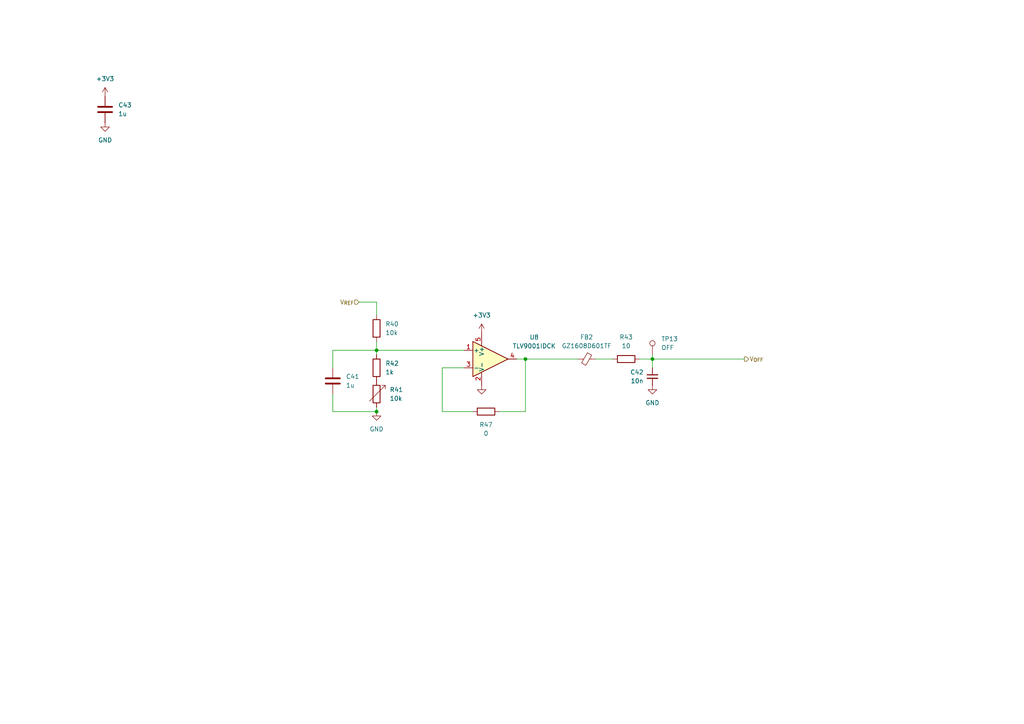
<source format=kicad_sch>
(kicad_sch (version 20231120) (generator "eeschema") (generator_version "8.0")
  (paper "A4")
  (lib_symbols
    (symbol "Amplifier_Operational:TLV9001IDCK" (pin_names (offset 0.127))
      (property "Reference" "U" (at 7.62 2.54 0))
      (property "Value" "TLV9001IDCK" (at 11.43 -2.54 0))
      (symbol "TLV9001IDCK_0_1"
        (polyline (pts (xy -2.54 5.08) (xy -2.54 -5.08) (xy 7.62 0) (xy -2.54 5.08)) (stroke (width 0.254)) (fill (type background)))
      )
      (symbol "TLV9001IDCK_1_1"
        (pin input line (at -5.08 2.54 0) (length 2.54) (name "+") (number "1"))
        (pin power_in line (at 0 -7.62 90) (length 3.81) (name "V-") (number "2"))
        (pin input line (at -5.08 -2.54 0) (length 2.54) (name "-") (number "3"))
        (pin output line (at 10.16 0 180) (length 2.54) (name "~") (number "4"))
        (pin power_in line (at 0 7.62 270) (length 3.81) (name "V+") (number "5"))
      )
    )
    (symbol "Connector:TestPoint" (pin_numbers hide) (pin_names (offset 0.762) hide)
      (property "Reference" "TP" (at 0 6.858 0))
      (property "Value" "TestPoint" (at 0 5.08 0))
      (symbol "TestPoint_0_1"
        (circle (center 0 3.302) (radius 0.762))
      )
      (symbol "TestPoint_1_1"
        (pin passive line (at 0 0 90) (length 2.54) (name "1") (number "1"))
      )
    )
    (symbol "Device:C" (pin_numbers hide) (pin_names (offset 0.254))
      (property "Reference" "C" (at 0.635 2.54 0))
      (property "Value" "C" (at 0.635 -2.54 0))
      (symbol "C_0_1"
        (polyline (pts (xy -2.032 -0.762) (xy 2.032 -0.762)) (stroke (width 0.508)))
        (polyline (pts (xy -2.032 0.762) (xy 2.032 0.762)) (stroke (width 0.508)))
      )
      (symbol "C_1_1"
        (pin passive line (at 0 3.81 270) (length 2.794) (name "~") (number "1"))
        (pin passive line (at 0 -3.81 90) (length 2.794) (name "~") (number "2"))
      )
    )
    (symbol "Device:FerriteBead_Small" (pin_numbers hide) (pin_names (offset 0))
      (property "Reference" "FB" (at 1.905 1.27 0))
      (property "Value" "FerriteBead_Small" (at 1.905 -1.27 0))
      (symbol "FerriteBead_Small_0_1"
        (polyline (pts (xy 0 -1.27) (xy 0 -0.7874)))
        (polyline (pts (xy 0 0.889) (xy 0 1.2954)))
        (polyline (pts (xy -1.8288 0.2794) (xy -1.1176 1.4986) (xy 1.8288 -0.2032) (xy 1.1176 -1.4224) (xy -1.8288 0.2794)))
      )
      (symbol "FerriteBead_Small_1_1"
        (pin passive line (at 0 2.54 270) (length 1.27) (name "~") (number "1"))
        (pin passive line (at 0 -2.54 90) (length 1.27) (name "~") (number "2"))
      )
    )
    (symbol "Device:R_Variable" (pin_numbers hide) (pin_names (offset 0))
      (property "Reference" "R" (at 2.54 -2.54 90))
      (property "Value" "R_Variable" (at -2.54 -1.27 90))
      (symbol "R_Variable_0_1"
        (rectangle (start -1.016 -2.54) (end 1.016 2.54) (stroke (width 0.254)))
        (polyline (pts (xy 2.54 1.524) (xy 2.54 2.54) (xy 1.524 2.54) (xy 2.54 2.54) (xy -2.032 -2.032)))
      )
      (symbol "R_Variable_1_1"
        (pin passive line (at 0 3.81 270) (length 1.27) (name "~") (number "1"))
        (pin passive line (at 0 -3.81 90) (length 1.27) (name "~") (number "2"))
      )
    )
    (symbol "power:+3V3" (power) (pin_numbers hide) (pin_names (offset 0) hide)
      (property "Value" "+3V3" (at 0 3.556 0))
      (symbol "+3V3_0_1"
        (polyline (pts (xy -0.762 1.27) (xy 0 2.54)))
        (polyline (pts (xy 0 0) (xy 0 2.54)))
        (polyline (pts (xy 0 2.54) (xy 0.762 1.27)))
      )
      (symbol "+3V3_1_1"
        (pin power_in line (at 0 0 90) (length 0) (name "~") (number "1"))
      )
    )
    (symbol "power:GND" (power) (pin_numbers hide) (pin_names (offset 0) hide)
      (property "Value" "GND" (at 0 -3.81 0))
      (symbol "GND_0_1"
        (polyline (pts (xy 0 0) (xy 0 -1.27) (xy 1.27 -1.27) (xy 0 -2.54) (xy -1.27 -1.27) (xy 0 -1.27)))
      )
      (symbol "GND_1_1"
        (pin power_in line (at 0 0 270) (length 0) (name "~") (number "1"))
      )
    )
    (symbol "rflib:C_Small" (pin_numbers hide) (pin_names (offset 0.254) hide)
      (property "Reference" "C" (at 0.254 1.778 0))
      (property "Value" "C_Small" (at 0.254 -2.032 0))
      (symbol "C_Small_0_1"
        (polyline (pts (xy -1.524 -0.508) (xy 1.524 -0.508)) (stroke (width 0.3302)))
        (polyline (pts (xy -1.524 0.508) (xy 1.524 0.508)) (stroke (width 0.3048)))
      )
      (symbol "C_Small_1_1"
        (pin passive line (at 0 2.54 270) (length 2.032) (name "~") (number "1"))
        (pin passive line (at 0 -2.54 90) (length 2.032) (name "~") (number "2"))
      )
    )
    (symbol "rflib:R" (pin_numbers hide) (pin_names (offset 0))
      (property "Reference" "R" (at 2.032 0 90))
      (property "Value" "R" (at 0 0 90))
      (symbol "R_0_1"
        (rectangle (start -1.016 -2.54) (end 1.016 2.54) (stroke (width 0.254)))
      )
      (symbol "R_1_1"
        (pin passive line (at 0 3.81 270) (length 1.27) (name "~") (number "1"))
        (pin passive line (at 0 -3.81 90) (length 1.27) (name "~") (number "2"))
      )
    )
  )
  (junction (at 152.4 104.14))
  (junction (at 109.22 101.6))
  (junction (at 189.23 104.14))
  (junction (at 109.22 119.38))
  (wire (pts (xy 172.72 104.14) (xy 177.8 104.14)))
  (wire (pts (xy 109.22 101.6) (xy 109.22 99.06)))
  (wire (pts (xy 109.22 118.11) (xy 109.22 119.38)))
  (wire (pts (xy 109.22 101.6) (xy 109.22 102.87)))
  (wire (pts (xy 189.23 104.14) (xy 215.9 104.14)))
  (wire (pts (xy 144.78 119.38) (xy 152.4 119.38)))
  (wire (pts (xy 134.62 106.68) (xy 128.27 106.68)))
  (wire (pts (xy 152.4 104.14) (xy 149.86 104.14)))
  (wire (pts (xy 185.42 104.14) (xy 189.23 104.14)))
  (wire (pts (xy 128.27 106.68) (xy 128.27 119.38)))
  (wire (pts (xy 104.14 87.63) (xy 109.22 87.63)))
  (wire (pts (xy 109.22 91.44) (xy 109.22 87.63)))
  (wire (pts (xy 96.52 119.38) (xy 109.22 119.38)))
  (wire (pts (xy 96.52 106.68) (xy 96.52 101.6)))
  (wire (pts (xy 96.52 114.3) (xy 96.52 119.38)))
  (wire (pts (xy 134.62 101.6) (xy 109.22 101.6)))
  (wire (pts (xy 189.23 102.87) (xy 189.23 104.14)))
  (wire (pts (xy 128.27 119.38) (xy 137.16 119.38)))
  (wire (pts (xy 189.23 104.14) (xy 189.23 106.68)))
  (wire (pts (xy 152.4 104.14) (xy 167.64 104.14)))
  (wire (pts (xy 96.52 101.6) (xy 109.22 101.6)))
  (wire (pts (xy 152.4 104.14) (xy 152.4 119.38)))
  (hierarchical_label "V_{OFF}" (shape output) (at 215.9 104.14 0))
  (hierarchical_label "V_{REF}" (shape input) (at 104.14 87.63 180))
  (symbol (lib_id "Connector:TestPoint") (at 189.23 102.87 0) (unit 1)
    (property "Reference" "TP13" (at 191.77 98.2979 0) (effects (justify left)))
    (property "Value" "OFF" (at 191.77 100.8379 0) (effects (justify left)))
    (property "Footprint" "meteopress_footprints:TestPoint_THTPad_D2.0mm_Drill1.0mm" (effects (hide yes)))
    (property "Description" "test point" (effects (hide yes)))
    (property "LCSC" "C5199804" (effects (hide yes)))
  )
  (symbol (lib_id "rflib:R") (at 140.97 119.38 90) (unit 1)
    (property "Reference" "R47" (at 140.97 123.19 90))
    (property "Value" "0" (at 140.97 125.73 90))
    (property "Footprint" "Resistor_SMD:R_0603_1608Metric" (effects (hide yes)))
    (property "Description" "Resistor" (effects (hide yes)))
    (property "LCSC" "C15402" (effects (hide yes)))
  )
  (symbol (lib_id "power:+3V3") (at 30.48 27.94 0) (unit 1)
    (property "Reference" "#PWR090" (effects (hide yes)))
    (property "Value" "+3V3" (at 30.48 22.86 0))
    (property "Description" "Power symbol creates a global label with name \"+3V3\"" (effects (hide yes)))
  )
  (symbol (lib_id "rflib:R") (at 109.22 106.68 0) (unit 1)
    (property "Reference" "R42" (at 111.76 105.4099 0) (effects (justify left)))
    (property "Value" "1k" (at 111.76 107.9499 0) (effects (justify left)))
    (property "Footprint" "Resistor_SMD:R_0603_1608Metric" (effects (hide yes)))
    (property "Description" "Resistor" (effects (hide yes)))
    (property "LCSC" "C21190" (effects (hide yes)))
  )
  (symbol (lib_id "Device:C") (at 30.48 31.75 0) (unit 1)
    (property "Reference" "C43" (at 34.29 30.4799 0) (effects (justify left)))
    (property "Value" "1u" (at 34.29 33.0199 0) (effects (justify left)))
    (property "Footprint" "Capacitor_SMD:C_0603_1608Metric" (effects (hide yes)))
    (property "Description" "Unpolarized capacitor" (effects (hide yes)))
    (property "LCSC" "C15849" (effects (hide yes)))
  )
  (symbol (lib_id "Device:R_Variable") (at 109.22 114.3 0) (unit 1)
    (property "Reference" "R41" (at 113.03 113.0299 0) (effects (justify left)))
    (property "Value" "10k" (at 113.03 115.5699 0) (effects (justify left)))
    (property "Footprint" "Potentiometer_THT:Potentiometer_Bourns_3296W_Vertical" (effects (hide yes)))
    (property "Description" "Variable resistor" (effects (hide yes)))
  )
  (symbol (lib_id "rflib:R") (at 109.22 95.25 180) (unit 1)
    (property "Reference" "R40" (at 111.76 93.9799 0) (effects (justify right)))
    (property "Value" "10k" (at 111.76 96.5199 0) (effects (justify right)))
    (property "Footprint" "Resistor_SMD:R_0603_1608Metric" (effects (hide yes)))
    (property "Description" "Resistor" (effects (hide yes)))
    (property "LCSC" "C25804" (effects (hide yes)))
  )
  (symbol (lib_id "power:GND") (at 30.48 35.56 0) (unit 1)
    (property "Reference" "#PWR091" (effects (hide yes)))
    (property "Value" "GND" (at 30.48 40.64 0))
    (property "Description" "Power symbol creates a global label with name \"GND\" , ground" (effects (hide yes)))
  )
  (symbol (lib_id "power:GND") (at 189.23 111.76 0) (unit 1)
    (property "Reference" "#PWR089" (effects (hide yes)))
    (property "Value" "GND" (at 189.23 116.84 0))
    (property "Description" "Power symbol creates a global label with name \"GND\" , ground" (effects (hide yes)))
  )
  (symbol (lib_id "power:+3V3") (at 139.7 96.52 0) (unit 1)
    (property "Reference" "#PWR087" (effects (hide yes)))
    (property "Value" "+3V3" (at 139.7 91.44 0))
    (property "Description" "Power symbol creates a global label with name \"+3V3\"" (effects (hide yes)))
  )
  (symbol (lib_id "power:GND") (at 139.7 111.76 0) (unit 1)
    (property "Reference" "#PWR088" (effects (hide yes)))
    (property "Value" "GND" (effects (hide yes)))
    (property "Description" "Power symbol creates a global label with name \"GND\" , ground" (effects (hide yes)))
  )
  (symbol (lib_id "rflib:C_Small") (at 189.23 109.22 0) (unit 1)
    (property "Reference" "C42" (at 186.69 107.9562 0) (effects (justify right)))
    (property "Value" "10n" (at 186.69 110.4962 0) (effects (justify right)))
    (property "Footprint" "Capacitor_SMD:C_0603_1608Metric" (effects (hide yes)))
    (property "Description" "Unpolarized capacitor, small symbol" (effects (hide yes)))
    (property "LCSC" "C57112" (effects (hide yes)))
  )
  (symbol (lib_id "power:GND") (at 109.22 119.38 0) (unit 1)
    (property "Reference" "#PWR086" (effects (hide yes)))
    (property "Value" "GND" (at 109.22 124.46 0))
    (property "Description" "Power symbol creates a global label with name \"GND\" , ground" (effects (hide yes)))
  )
  (symbol (lib_id "rflib:R") (at 181.61 104.14 90) (unit 1)
    (property "Reference" "R43" (at 181.61 97.79 90))
    (property "Value" "10" (at 181.61 100.33 90))
    (property "Footprint" "Resistor_SMD:R_0603_1608Metric" (effects (hide yes)))
    (property "Description" "Resistor" (effects (hide yes)))
    (property "LCSC" "C22859" (effects (hide yes)))
  )
  (symbol (lib_id "Amplifier_Operational:TLV9001IDCK") (at 139.7 104.14 0) (unit 1)
    (property "Reference" "U8" (at 154.94 97.8214 0))
    (property "Value" "TLV9001IDCK" (at 154.94 100.3614 0))
    (property "Footprint" "Package_TO_SOT_SMD:SOT-353_SC-70-5" (effects (hide yes)))
    (property "Datasheet" "https://www.ti.com/lit/ds/symlink/tlv9001.pdf" (effects (hide yes)))
    (property "Description" "Low-power, Rail-to-Rail, 1MHz Operational Amplifier, SOT-353" (effects (hide yes)))
  )
  (symbol (lib_id "Device:FerriteBead_Small") (at 170.18 104.14 90) (unit 1)
    (property "Reference" "FB2" (at 170.1419 97.79 90))
    (property "Value" "GZ1608D601TF" (at 170.1419 100.33 90))
    (property "Footprint" "Inductor_SMD:L_0603_1608Metric" (effects (hide yes)))
    (property "Description" "Ferrite bead, small symbol" (effects (hide yes)))
  )
  (symbol (lib_id "Device:C") (at 96.52 110.49 0) (unit 1)
    (property "Reference" "C41" (at 100.33 109.2199 0) (effects (justify left)))
    (property "Value" "1u" (at 100.33 111.7599 0) (effects (justify left)))
    (property "Footprint" "Capacitor_SMD:C_0603_1608Metric" (effects (hide yes)))
    (property "Description" "Unpolarized capacitor" (effects (hide yes)))
    (property "LCSC" "C15849" (effects (hide yes)))
  )
)
</source>
